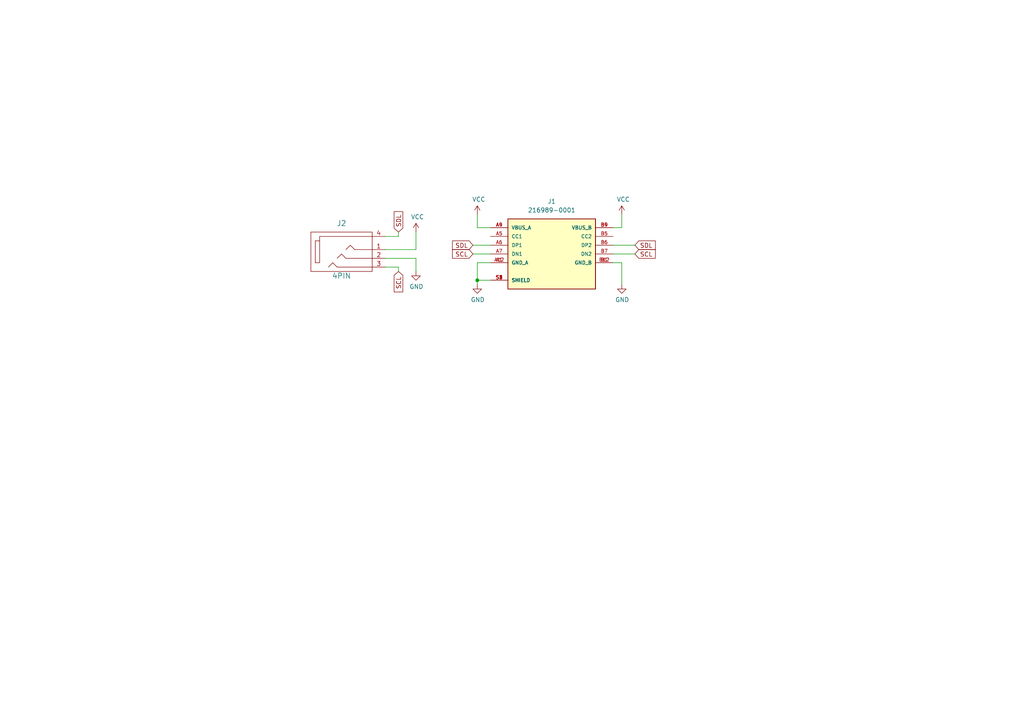
<source format=kicad_sch>
(kicad_sch (version 20211123) (generator eeschema)
  (paper "A4")
  (lib_symbols
    (symbol "Lily58_Pro-rescue:MJ-4PP-9-Lily58-cache" (pin_names (offset 1.016))
      (property "Reference" "J" (at -8.89 -7.62 0))
      (property "Value" "MJ-4PP-9-Lily58-cache" (at -3.81 6.35 0))
      (symbol "MJ-4PP-9-Lily58-cache_0_1"
        (rectangle (start -7.62 2.54) (end -8.89 -3.81))
        (polyline (pts (xy 2.54 0) (xy 7.62 0)))
        (polyline (pts (xy -2.54 -5.08) (xy 7.62 -5.08) (xy 7.62 -5.08)))
        (polyline (pts (xy 0 -2.54) (xy -1.27 -1.27) (xy -2.54 -2.54)))
        (polyline (pts (xy 0 0) (xy 1.27 1.27) (xy 2.54 0)))
        (polyline (pts (xy 7.62 3.81) (xy -7.62 3.81) (xy -7.62 2.54)))
        (polyline (pts (xy -2.54 -5.08) (xy -3.81 -3.81) (xy -5.08 -5.08) (xy -5.08 -5.08)))
        (polyline (pts (xy 0 -2.54) (xy 7.62 -2.54) (xy 7.62 -2.54) (xy 7.62 -2.54)))
        (rectangle (start 7.62 -6.35) (end -10.16 5.08))
      )
      (symbol "MJ-4PP-9-Lily58-cache_1_1"
        (pin passive line (at 11.43 0 180) (length 3.81) (name "~") (number "1"))
        (pin passive line (at 11.43 -2.54 180) (length 3.81) (name "~") (number "2"))
        (pin passive line (at 11.43 -5.08 180) (length 3.81) (name "~") (number "3"))
        (pin passive line (at 11.43 3.81 180) (length 3.81) (name "~") (number "4"))
      )
    )
    (symbol "Usb:216989-0001" (pin_names (offset 1.016))
      (property "Reference" "J" (at -12.7 10.922 0))
      (property "Value" "216989-0001" (at -12.7 -10.922 0))
      (symbol "216989-0001_0_0"
        (rectangle (start -12.7 -10.16) (end 12.7 10.16) (stroke (width 0.254)) (fill (type background)))
        (pin power_in line (at -17.78 -2.54 0) (length 5.08) (name "GND_A") (number "A1"))
        (pin power_in line (at -17.78 -2.54 0) (length 5.08) (name "GND_A") (number "A12"))
        (pin power_in line (at -17.78 7.62 0) (length 5.08) (name "VBUS_A") (number "A4"))
        (pin bidirectional line (at -17.78 5.08 0) (length 5.08) (name "CC1") (number "A5"))
        (pin bidirectional line (at -17.78 2.54 0) (length 5.08) (name "DP1") (number "A6"))
        (pin bidirectional line (at -17.78 0 0) (length 5.08) (name "DN1") (number "A7"))
        (pin power_in line (at -17.78 7.62 0) (length 5.08) (name "VBUS_A") (number "A9"))
        (pin power_in line (at 17.78 -2.54 180) (length 5.08) (name "GND_B") (number "B1"))
        (pin power_in line (at 17.78 -2.54 180) (length 5.08) (name "GND_B") (number "B12"))
        (pin power_in line (at 17.78 7.62 180) (length 5.08) (name "VBUS_B") (number "B4"))
        (pin bidirectional line (at 17.78 5.08 180) (length 5.08) (name "CC2") (number "B5"))
        (pin bidirectional line (at 17.78 2.54 180) (length 5.08) (name "DP2") (number "B6"))
        (pin bidirectional line (at 17.78 0 180) (length 5.08) (name "DN2") (number "B7"))
        (pin power_in line (at 17.78 7.62 180) (length 5.08) (name "VBUS_B") (number "B9"))
        (pin passive line (at -17.78 -7.62 0) (length 5.08) (name "SHIELD") (number "S1"))
        (pin passive line (at -17.78 -7.62 0) (length 5.08) (name "SHIELD") (number "S2"))
        (pin passive line (at -17.78 -7.62 0) (length 5.08) (name "SHIELD") (number "S3"))
        (pin passive line (at -17.78 -7.62 0) (length 5.08) (name "SHIELD") (number "S4"))
      )
    )
    (symbol "power:GND" (power) (pin_names (offset 0))
      (property "Value" "GND" (at 0 -3.81 0))
      (symbol "GND_0_1"
        (polyline (pts (xy 0 0) (xy 0 -1.27) (xy 1.27 -1.27) (xy 0 -2.54) (xy -1.27 -1.27) (xy 0 -1.27)))
      )
      (symbol "GND_1_1"
        (pin power_in line (at 0 0 270) (length 0) hide (name "GND") (number "1"))
      )
    )
    (symbol "power:VCC" (power) (pin_names (offset 0))
      (property "Value" "VCC" (at 0 3.81 0))
      (symbol "VCC_0_1"
        (polyline (pts (xy -0.762 1.27) (xy 0 2.54)))
        (polyline (pts (xy 0 0) (xy 0 2.54)))
        (polyline (pts (xy 0 2.54) (xy 0.762 1.27)))
      )
      (symbol "VCC_1_1"
        (pin power_in line (at 0 0 90) (length 0) hide (name "VCC") (number "1"))
      )
    )
  )
  (junction (at 138.43 81.28))
  (wire (pts (xy 120.65 72.39) (xy 111.76 72.39)))
  (wire (pts (xy 177.8 76.2) (xy 180.34 76.2)))
  (wire (pts (xy 115.57 68.58) (xy 111.76 68.58)))
  (wire (pts (xy 138.43 66.04) (xy 142.24 66.04)))
  (wire (pts (xy 138.43 76.2) (xy 138.43 81.28)))
  (wire (pts (xy 138.43 81.28) (xy 138.43 82.55)))
  (wire (pts (xy 120.65 67.31) (xy 120.65 72.39)))
  (wire (pts (xy 137.16 73.66) (xy 142.24 73.66)))
  (wire (pts (xy 137.16 71.12) (xy 142.24 71.12)))
  (wire (pts (xy 142.24 76.2) (xy 138.43 76.2)))
  (wire (pts (xy 180.34 66.04) (xy 177.8 66.04)))
  (wire (pts (xy 115.57 77.47) (xy 115.57 78.74)))
  (wire (pts (xy 180.34 62.23) (xy 180.34 66.04)))
  (wire (pts (xy 120.65 74.93) (xy 120.65 78.74)))
  (wire (pts (xy 111.76 74.93) (xy 120.65 74.93)))
  (wire (pts (xy 180.34 76.2) (xy 180.34 82.55)))
  (wire (pts (xy 115.57 67.31) (xy 115.57 68.58)))
  (wire (pts (xy 111.76 77.47) (xy 115.57 77.47)))
  (wire (pts (xy 177.8 71.12) (xy 184.15 71.12)))
  (wire (pts (xy 177.8 73.66) (xy 184.15 73.66)))
  (wire (pts (xy 138.43 81.28) (xy 142.24 81.28)))
  (wire (pts (xy 138.43 62.23) (xy 138.43 66.04)))
  (global_label "SDL" (shape input) (at 184.15 71.12 0) (property "Intersheet References" "${INTERSHEET_REFS}" (effects hide)))
  (global_label "SDL" (shape input) (at 115.57 67.31 90) (property "Intersheet References" "${INTERSHEET_REFS}" (effects hide)))
  (global_label "SDL" (shape input) (at 137.16 71.12 180) (property "Intersheet References" "${INTERSHEET_REFS}" (effects hide)))
  (global_label "SCL" (shape input) (at 184.15 73.66 0) (property "Intersheet References" "${INTERSHEET_REFS}" (effects hide)))
  (global_label "SCL" (shape input) (at 115.57 78.74 270) (property "Intersheet References" "${INTERSHEET_REFS}" (effects hide)))
  (global_label "SCL" (shape input) (at 137.16 73.66 180) (property "Intersheet References" "${INTERSHEET_REFS}" (effects hide)))
  (symbol (lib_id "power:GND") (at 120.65 78.74 0) (unit 1)
    (property "Reference" "#PWR0101" (effects hide))
    (property "Value" "GND" (at 120.777 83.1342 0))
  )
  (symbol (lib_id "power:VCC") (at 138.43 62.23 0) (unit 1)
    (property "Reference" "#PWR?" (effects hide))
    (property "Value" "VCC" (at 138.8618 57.8358 0))
  )
  (symbol (lib_id "power:GND") (at 180.34 82.55 0) (unit 1)
    (property "Reference" "#PWR?" (effects hide))
    (property "Value" "GND" (at 180.467 86.9442 0))
  )
  (symbol (lib_id "power:VCC") (at 180.34 62.23 0) (unit 1)
    (property "Reference" "#PWR?" (effects hide))
    (property "Value" "VCC" (at 180.7718 57.8358 0))
  )
  (symbol (lib_id "power:GND") (at 138.43 82.55 0) (unit 1)
    (property "Reference" "#PWR?" (effects hide))
    (property "Value" "GND" (at 138.557 86.9442 0))
  )
  (symbol (lib_id "power:VCC") (at 120.65 67.31 0) (unit 1)
    (property "Reference" "#PWR0102" (effects hide))
    (property "Value" "VCC" (at 121.0818 62.9158 0))
  )
  (symbol (lib_id "Lily58_Pro-rescue:MJ-4PP-9-Lily58-cache") (at 100.33 72.39 0) (unit 1)
    (property "Reference" "J2" (at 99.06 64.77 0) (effects (font (size 1.524 1.524))))
    (property "Value" "4PIN" (at 99.06 80.01 0) (effects (font (size 1.524 1.524))))
    (property "Footprint" "Lily58-footprint:MJ-4PP-9" (effects hide))
  )
  (symbol (lib_id "Usb:216989-0001") (at 160.02 73.66 0) (unit 1)
    (property "Reference" "J1" (at 160.02 58.42 0))
    (property "Value" "216989-0001" (at 160.02 60.96 0))
    (property "Footprint" "MOLEX_216989-0001" (effects hide))
    (property "STANDARD" "Manufacturer Recommendations" (effects hide))
    (property "SNAPEDA_PN" "216989-0001" (effects hide))
    (property "MANUFACTURER" "Molex" (effects hide))
    (property "MAXIMUM_PACKAGE_HEIGHT" "8.94 mm" (effects hide))
    (property "PARTREV" "B" (effects hide))
  )
)
</source>
